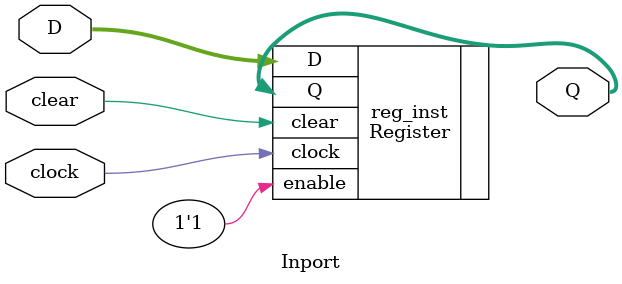
<source format=v>
module Inport(input[31:0] D, input clear, clock, 
				  output[31:0] Q);
	Register reg_inst(.D(D), .Q(Q), .clear(clear), .clock(clock), .enable(1'b1));

endmodule
				  
</source>
